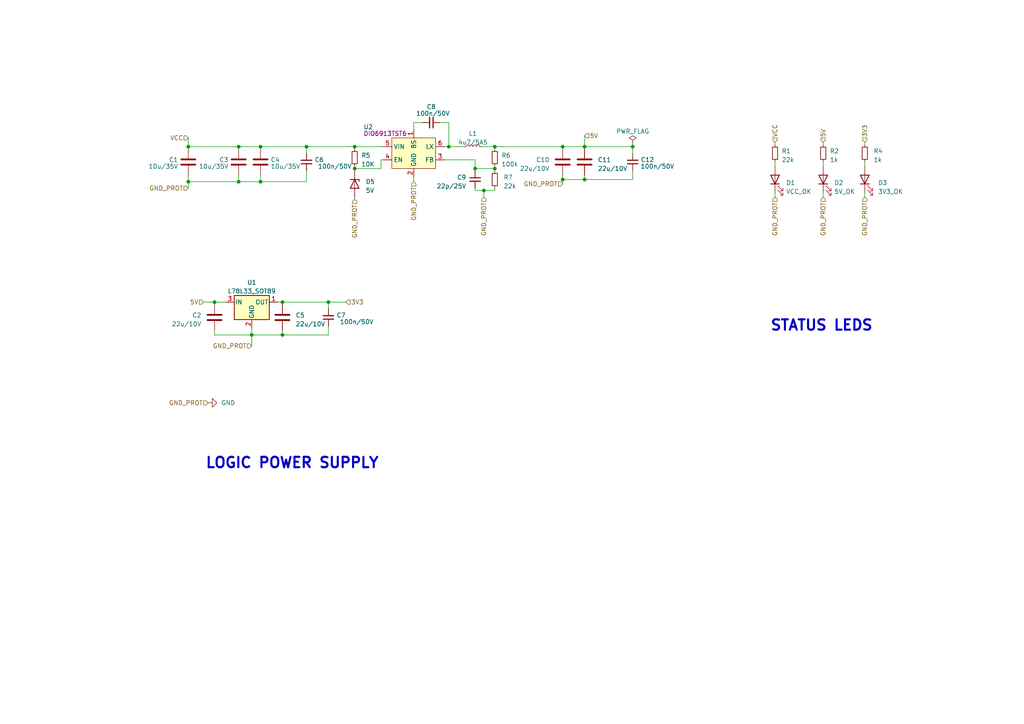
<source format=kicad_sch>
(kicad_sch (version 20231120) (generator "eeschema") (generator_version "8.0")
  (paper "A4")
  (lib_symbols
    (symbol "Device:C" (pin_numbers hide) (pin_names (offset 0.254))
      (property "Reference" "C" (at 0.635 2.54 0))
      (property "Value" "C" (at 0.635 -2.54 0))
      (symbol "C_0_1"
        (polyline (pts (xy -2.032 -0.762) (xy 2.032 -0.762)) (stroke (width 0.508)))
        (polyline (pts (xy -2.032 0.762) (xy 2.032 0.762)) (stroke (width 0.508)))
      )
      (symbol "C_1_1"
        (pin passive line (at 0 3.81 270) (length 2.794) (name "~") (number "1"))
        (pin passive line (at 0 -3.81 90) (length 2.794) (name "~") (number "2"))
      )
    )
    (symbol "Device:C_Small" (pin_numbers hide) (pin_names (offset 0.254) hide)
      (property "Reference" "C" (at 0.254 1.778 0))
      (property "Value" "C_Small" (at 0.254 -2.032 0))
      (symbol "C_Small_0_1"
        (polyline (pts (xy -1.524 -0.508) (xy 1.524 -0.508)) (stroke (width 0.3302)))
        (polyline (pts (xy -1.524 0.508) (xy 1.524 0.508)) (stroke (width 0.3048)))
      )
      (symbol "C_Small_1_1"
        (pin passive line (at 0 2.54 270) (length 2.032) (name "~") (number "1"))
        (pin passive line (at 0 -2.54 90) (length 2.032) (name "~") (number "2"))
      )
    )
    (symbol "Device:D_Zener" (pin_numbers hide) (pin_names (offset 1.016) hide)
      (property "Reference" "D" (at 0 2.54 0))
      (property "Value" "D_Zener" (at 0 -2.54 0))
      (symbol "D_Zener_0_1"
        (polyline (pts (xy 1.27 0) (xy -1.27 0)))
        (polyline (pts (xy -1.27 -1.27) (xy -1.27 1.27) (xy -0.762 1.27)) (stroke (width 0.254)))
        (polyline (pts (xy 1.27 -1.27) (xy 1.27 1.27) (xy -1.27 0) (xy 1.27 -1.27)) (stroke (width 0.254)))
      )
      (symbol "D_Zener_1_1"
        (pin passive line (at -3.81 0 0) (length 2.54) (name "K") (number "1"))
        (pin passive line (at 3.81 0 180) (length 2.54) (name "A") (number "2"))
      )
    )
    (symbol "Device:LED" (pin_numbers hide) (pin_names (offset 1.016) hide)
      (property "Reference" "D" (at 0 2.54 0))
      (property "Value" "LED" (at 0 -2.54 0))
      (symbol "LED_0_1"
        (polyline (pts (xy -1.27 -1.27) (xy -1.27 1.27)) (stroke (width 0.254)))
        (polyline (pts (xy -1.27 0) (xy 1.27 0)))
        (polyline (pts (xy 1.27 -1.27) (xy 1.27 1.27) (xy -1.27 0) (xy 1.27 -1.27)) (stroke (width 0.254)))
        (polyline (pts (xy -3.048 -0.762) (xy -4.572 -2.286) (xy -3.81 -2.286) (xy -4.572 -2.286) (xy -4.572 -1.524)))
        (polyline (pts (xy -1.778 -0.762) (xy -3.302 -2.286) (xy -2.54 -2.286) (xy -3.302 -2.286) (xy -3.302 -1.524)))
      )
      (symbol "LED_1_1"
        (pin passive line (at -3.81 0 0) (length 2.54) (name "K") (number "1"))
        (pin passive line (at 3.81 0 180) (length 2.54) (name "A") (number "2"))
      )
    )
    (symbol "Device:L_Small" (pin_numbers hide) (pin_names (offset 0.254) hide)
      (property "Reference" "L" (at 0.762 1.016 0))
      (property "Value" "L_Small" (at 0.762 -1.016 0))
      (symbol "L_Small_0_1"
        (arc (start 0 -2.032) (mid 0.5058 -1.524) (end 0 -1.016))
        (arc (start 0 -1.016) (mid 0.5058 -0.508) (end 0 0))
        (arc (start 0 0) (mid 0.5058 0.508) (end 0 1.016))
        (arc (start 0 1.016) (mid 0.5058 1.524) (end 0 2.032))
      )
      (symbol "L_Small_1_1"
        (pin passive line (at 0 2.54 270) (length 0.508) (name "~") (number "1"))
        (pin passive line (at 0 -2.54 90) (length 0.508) (name "~") (number "2"))
      )
    )
    (symbol "Device:R_Small" (pin_numbers hide) (pin_names (offset 0.254) hide)
      (property "Reference" "R" (at 0.762 0.508 0))
      (property "Value" "R_Small" (at 0.762 -1.016 0))
      (symbol "R_Small_0_1"
        (rectangle (start -0.762 1.778) (end 0.762 -1.778) (stroke (width 0.2032)))
      )
      (symbol "R_Small_1_1"
        (pin passive line (at 0 2.54 270) (length 0.762) (name "~") (number "1"))
        (pin passive line (at 0 -2.54 90) (length 0.762) (name "~") (number "2"))
      )
    )
    (symbol "Regulator_Linear:L78L33_SOT89" (pin_names (offset 0.254))
      (property "Reference" "U" (at -3.81 3.175 0))
      (property "Value" "L78L33_SOT89" (at -0.635 3.175 0))
      (symbol "L78L33_SOT89_0_1"
        (rectangle (start -5.08 1.905) (end 5.08 -5.08) (stroke (width 0.254)) (fill (type background)))
      )
      (symbol "L78L33_SOT89_1_1"
        (pin power_out line (at 7.62 0 180) (length 2.54) (name "OUT") (number "1"))
        (pin power_in line (at 0 -7.62 90) (length 2.54) (name "GND") (number "2"))
        (pin power_in line (at -7.62 0 0) (length 2.54) (name "IN") (number "3"))
      )
    )
    (symbol "power:GND" (power) (pin_numbers hide) (pin_names (offset 0) hide)
      (property "Value" "GND" (at 0 -3.81 0))
      (symbol "GND_0_1"
        (polyline (pts (xy 0 0) (xy 0 -1.27) (xy 1.27 -1.27) (xy 0 -2.54) (xy -1.27 -1.27) (xy 0 -1.27)))
      )
      (symbol "GND_1_1"
        (pin power_in line (at 0 0 270) (length 0) (name "~") (number "1"))
      )
    )
    (symbol "power:PWR_FLAG" (power) (pin_numbers hide) (pin_names (offset 0) hide)
      (property "Value" "PWR_FLAG" (at 0 3.81 0))
      (symbol "PWR_FLAG_0_0"
        (pin power_out line (at 0 0 90) (length 0) (name "pwr") (number "1"))
      )
      (symbol "PWR_FLAG_0_1"
        (polyline (pts (xy 0 0) (xy 0 1.27) (xy -1.016 1.905) (xy 0 2.54) (xy 1.016 1.905) (xy 0 1.27)))
      )
    )
    (symbol "robocik-symbols:DIO6913"
      (property "Reference" "U" (at 3.81 6.35 0))
      (property "MPN" "DIO6913TST6" (at 8.89 3.81 0))
      (symbol "DIO6913_1_1"
        (rectangle (start -6.35 2.54) (end 6.35 -6.35) (fill (type background)))
        (pin bidirectional line (at 0 5.08 270) (length 2.54) (name "BS") (number "1"))
        (pin bidirectional line (at 0 -8.89 90) (length 2.54) (name "GND") (number "2"))
        (pin input line (at 8.89 -3.81 180) (length 2.54) (name "FB") (number "3"))
        (pin input line (at -8.89 -3.81 0) (length 2.54) (name "EN") (number "4"))
        (pin power_in line (at -8.89 0 0) (length 2.54) (name "VIN") (number "5"))
        (pin bidirectional line (at 8.89 0 180) (length 2.54) (name "LX") (number "6"))
      )
    )
  )
  (junction (at 69.215 52.705))
  (junction (at 81.915 87.63))
  (junction (at 163.195 52.07))
  (junction (at 95.25 87.63))
  (junction (at 143.51 48.895))
  (junction (at 75.565 52.705))
  (junction (at 69.215 42.545))
  (junction (at 163.195 42.545))
  (junction (at 140.335 55.245))
  (junction (at 81.915 97.155))
  (junction (at 169.545 42.545))
  (junction (at 130.175 42.545))
  (junction (at 143.51 42.545))
  (junction (at 137.795 48.895))
  (junction (at 88.9 42.545))
  (junction (at 75.565 42.545))
  (junction (at 169.545 52.07))
  (junction (at 102.87 42.545))
  (junction (at 54.61 42.545))
  (junction (at 183.515 42.545))
  (junction (at 54.61 52.705))
  (junction (at 62.23 87.63))
  (junction (at 102.87 48.895))
  (junction (at 73.025 97.155))
  (wire (pts (xy 169.545 39.37) (xy 169.545 42.545)))
  (wire (pts (xy 81.915 87.63) (xy 81.915 88.265)))
  (wire (pts (xy 69.215 42.545) (xy 69.215 43.18)))
  (wire (pts (xy 88.9 44.45) (xy 88.9 42.545)))
  (wire (pts (xy 137.795 48.895) (xy 137.795 46.355)))
  (wire (pts (xy 183.515 42.545) (xy 169.545 42.545)))
  (wire (pts (xy 73.025 97.155) (xy 62.23 97.155)))
  (wire (pts (xy 95.25 87.63) (xy 95.25 89.535)))
  (wire (pts (xy 73.025 95.25) (xy 73.025 97.155)))
  (wire (pts (xy 139.7 42.545) (xy 143.51 42.545)))
  (wire (pts (xy 250.825 46.99) (xy 250.825 48.26)))
  (wire (pts (xy 81.915 97.155) (xy 81.915 95.885)))
  (wire (pts (xy 122.555 35.56) (xy 120.015 35.56)))
  (wire (pts (xy 163.195 52.07) (xy 163.195 53.34)))
  (wire (pts (xy 169.545 52.07) (xy 183.515 52.07)))
  (wire (pts (xy 183.515 42.545) (xy 183.515 44.45)))
  (wire (pts (xy 224.79 41.275) (xy 224.79 41.91)))
  (wire (pts (xy 183.515 52.07) (xy 183.515 49.53)))
  (wire (pts (xy 224.79 55.88) (xy 224.79 57.15)))
  (wire (pts (xy 143.51 55.245) (xy 143.51 54.61)))
  (wire (pts (xy 183.515 41.91) (xy 183.515 42.545)))
  (wire (pts (xy 224.79 46.99) (xy 224.79 48.26)))
  (wire (pts (xy 62.23 97.155) (xy 62.23 95.885)))
  (wire (pts (xy 169.545 52.07) (xy 169.545 50.8)))
  (wire (pts (xy 238.76 55.88) (xy 238.76 57.15)))
  (wire (pts (xy 54.61 52.705) (xy 69.215 52.705)))
  (wire (pts (xy 88.9 42.545) (xy 75.565 42.545)))
  (wire (pts (xy 140.335 57.15) (xy 140.335 55.245)))
  (wire (pts (xy 54.61 52.705) (xy 54.61 54.61)))
  (wire (pts (xy 143.51 48.26) (xy 143.51 48.895)))
  (wire (pts (xy 140.335 55.245) (xy 143.51 55.245)))
  (wire (pts (xy 95.25 94.615) (xy 95.25 97.155)))
  (wire (pts (xy 54.61 40.005) (xy 54.61 42.545)))
  (wire (pts (xy 59.055 87.63) (xy 62.23 87.63)))
  (wire (pts (xy 81.915 87.63) (xy 95.25 87.63)))
  (wire (pts (xy 102.87 48.895) (xy 102.87 49.53)))
  (wire (pts (xy 128.905 42.545) (xy 130.175 42.545)))
  (wire (pts (xy 250.825 41.275) (xy 250.825 41.91)))
  (wire (pts (xy 143.51 48.895) (xy 143.51 49.53)))
  (wire (pts (xy 62.23 87.63) (xy 62.23 88.265)))
  (wire (pts (xy 130.175 42.545) (xy 134.62 42.545)))
  (wire (pts (xy 75.565 42.545) (xy 75.565 43.18)))
  (wire (pts (xy 137.795 55.245) (xy 140.335 55.245)))
  (wire (pts (xy 69.215 52.705) (xy 75.565 52.705)))
  (wire (pts (xy 163.195 42.545) (xy 163.195 43.18)))
  (wire (pts (xy 102.87 42.545) (xy 111.125 42.545)))
  (wire (pts (xy 137.795 48.895) (xy 137.795 49.53)))
  (wire (pts (xy 75.565 52.705) (xy 88.9 52.705)))
  (wire (pts (xy 69.215 50.8) (xy 69.215 52.705)))
  (wire (pts (xy 54.61 43.18) (xy 54.61 42.545)))
  (wire (pts (xy 95.25 87.63) (xy 100.33 87.63)))
  (wire (pts (xy 110.49 48.895) (xy 110.49 46.355)))
  (wire (pts (xy 69.215 42.545) (xy 75.565 42.545)))
  (wire (pts (xy 110.49 46.355) (xy 111.125 46.355)))
  (wire (pts (xy 75.565 52.705) (xy 75.565 50.8)))
  (wire (pts (xy 88.9 52.705) (xy 88.9 49.53)))
  (wire (pts (xy 120.015 51.435) (xy 120.015 52.705)))
  (wire (pts (xy 54.61 50.8) (xy 54.61 52.705)))
  (wire (pts (xy 143.51 42.545) (xy 163.195 42.545)))
  (wire (pts (xy 143.51 48.895) (xy 137.795 48.895)))
  (wire (pts (xy 88.9 42.545) (xy 102.87 42.545)))
  (wire (pts (xy 80.645 87.63) (xy 81.915 87.63)))
  (wire (pts (xy 54.61 42.545) (xy 69.215 42.545)))
  (wire (pts (xy 130.175 35.56) (xy 130.175 42.545)))
  (wire (pts (xy 102.87 42.545) (xy 102.87 43.18)))
  (wire (pts (xy 169.545 42.545) (xy 169.545 43.18)))
  (wire (pts (xy 73.025 97.155) (xy 81.915 97.155)))
  (wire (pts (xy 120.015 35.56) (xy 120.015 37.465)))
  (wire (pts (xy 102.87 48.26) (xy 102.87 48.895)))
  (wire (pts (xy 163.195 42.545) (xy 169.545 42.545)))
  (wire (pts (xy 238.76 46.99) (xy 238.76 48.26)))
  (wire (pts (xy 137.795 46.355) (xy 128.905 46.355)))
  (wire (pts (xy 137.795 54.61) (xy 137.795 55.245)))
  (wire (pts (xy 163.195 50.8) (xy 163.195 52.07)))
  (wire (pts (xy 102.87 57.15) (xy 102.87 57.785)))
  (wire (pts (xy 130.175 35.56) (xy 127.635 35.56)))
  (wire (pts (xy 238.76 41.275) (xy 238.76 41.91)))
  (wire (pts (xy 102.87 48.895) (xy 110.49 48.895)))
  (wire (pts (xy 62.23 87.63) (xy 65.405 87.63)))
  (wire (pts (xy 163.195 52.07) (xy 169.545 52.07)))
  (wire (pts (xy 95.25 97.155) (xy 81.915 97.155)))
  (wire (pts (xy 73.025 97.155) (xy 73.025 100.33)))
  (wire (pts (xy 143.51 42.545) (xy 143.51 43.18)))
  (wire (pts (xy 250.825 55.88) (xy 250.825 57.15)))
  (text "STATUS LEDS" (at 223.266 96.266 0) (effects (font (size 3 3) (thickness 0.6) (bold yes)) (justify left bottom)))
  (text "LOGIC POWER SUPPLY" (at 59.436 136.144 0) (effects (font (size 3 3) (thickness 0.6) (bold yes)) (justify left bottom)))
  (hierarchical_label "GND_PROT" (shape input) (at 120.015 52.705 270))
  (hierarchical_label "GND_PROT" (shape input) (at 140.335 57.15 270))
  (hierarchical_label "5V" (shape input) (at 59.055 87.63 180))
  (hierarchical_label "GND_PROT" (shape input) (at 238.76 57.15 270))
  (hierarchical_label "3V3" (shape input) (at 250.825 41.275 90))
  (hierarchical_label "GND_PROT" (shape input) (at 224.79 57.15 270))
  (hierarchical_label "GND_PROT" (shape input) (at 73.025 100.33 180))
  (hierarchical_label "VCC" (shape input) (at 54.61 40.005 180))
  (hierarchical_label "5V" (shape input) (at 238.76 41.275 90))
  (hierarchical_label "GND_PROT" (shape input) (at 54.61 54.61 180))
  (hierarchical_label "3V3" (shape input) (at 100.33 87.63 0))
  (hierarchical_label "GND_PROT" (shape input) (at 163.195 53.34 180))
  (hierarchical_label "5V" (shape input) (at 169.545 39.37 0))
  (hierarchical_label "GND_PROT" (shape input) (at 102.87 57.785 270))
  (hierarchical_label "GND_PROT" (shape input) (at 250.825 57.15 270))
  (hierarchical_label "VCC" (shape input) (at 224.79 41.275 90))
  (hierarchical_label "GND_PROT" (shape input) (at 60.325 116.84 180))
  (symbol (lib_id "Device:R_Small") (at 224.79 44.45 0) (unit 1)
    (property "Reference" "R1" (at 226.695 43.815 0) (effects (justify left)))
    (property "Value" "22k" (at 226.695 46.355 0) (effects (justify left)))
    (property "Footprint" "Resistor_SMD:R_0603_1608Metric" (effects (hide yes)))
  )
  (symbol (lib_id "Device:C") (at 69.215 46.99 0) (mirror y) (unit 1)
    (property "Reference" "C3" (at 66.294 46.3463 0) (effects (justify left)))
    (property "Value" "10u/35V" (at 66.294 48.2673 0) (effects (justify left)))
    (property "Footprint" "Capacitor_SMD:C_1206_3216Metric" (effects (hide yes)))
    (property "Datasheet" "https://www.mouser.pl/datasheet/2/585/MLCC-1837944.pdf" (effects (hide yes)))
    (property "MPN" "CL31B106KBHNNNE" (effects (hide yes)))
    (property "Shop" "https://www.mouser.pl/ProductDetail/Samsung-Electro-Mechanics/CL31B106KBHNNNE?qs=sGAEpiMZZMvsSlwiRhF8qoAsgb%2FXcmpMKgV6Ryj8NVQch5Ze3SRPkQ%3D%3D" (effects (hide yes)))
  )
  (symbol (lib_id "Device:C") (at 81.915 92.075 0) (unit 1)
    (property "Reference" "C5" (at 85.725 91.44 0) (effects (justify left)))
    (property "Value" "22u/10V" (at 85.725 93.98 0) (effects (justify left)))
    (property "Footprint" "Capacitor_SMD:C_0805_2012Metric" (effects (hide yes)))
    (property "Datasheet" "https://www.mouser.pl/datasheet/2/585/Samsung_MLCC_1837944-1929650.pdf" (effects (hide yes)))
    (property "MPN" "CL21X226MPYNNWE" (effects (hide yes)))
    (property "Shop" "https://www.mouser.pl/ProductDetail/Samsung-Electro-Mechanics/CL21X226MPYNNWE?qs=sGAEpiMZZMvsSlwiRhF8qtsGU%2FCnaNeQ3VWYfJJlb7%2FmdHES9lJUhg%3D%3D" (effects (hide yes)))
  )
  (symbol (lib_id "Device:C") (at 75.565 46.99 0) (unit 1)
    (property "Reference" "C4" (at 78.486 46.3463 0) (effects (justify left)))
    (property "Value" "10u/35V" (at 78.486 48.2673 0) (effects (justify left)))
    (property "Footprint" "Capacitor_SMD:C_1206_3216Metric" (effects (hide yes)))
    (property "Datasheet" "https://www.mouser.pl/datasheet/2/585/MLCC-1837944.pdf" (effects (hide yes)))
    (property "MPN" "CL31B106KBHNNNE" (effects (hide yes)))
    (property "Shop" "https://www.mouser.pl/ProductDetail/Samsung-Electro-Mechanics/CL31B106KBHNNNE?qs=sGAEpiMZZMvsSlwiRhF8qoAsgb%2FXcmpMKgV6Ryj8NVQch5Ze3SRPkQ%3D%3D" (effects (hide yes)))
  )
  (symbol (lib_id "Device:C") (at 54.61 46.99 0) (mirror y) (unit 1)
    (property "Reference" "C1" (at 51.689 46.3463 0) (effects (justify left)))
    (property "Value" "10u/35V" (at 51.689 48.2673 0) (effects (justify left)))
    (property "Footprint" "Capacitor_SMD:C_1206_3216Metric" (effects (hide yes)))
    (property "Datasheet" "https://www.mouser.pl/datasheet/2/585/MLCC-1837944.pdf" (effects (hide yes)))
    (property "MPN" "CL31B106KBHNNNE" (effects (hide yes)))
    (property "Shop" "https://www.mouser.pl/ProductDetail/Samsung-Electro-Mechanics/CL31B106KBHNNNE?qs=sGAEpiMZZMvsSlwiRhF8qoAsgb%2FXcmpMKgV6Ryj8NVQch5Ze3SRPkQ%3D%3D" (effects (hide yes)))
  )
  (symbol (lib_id "Device:R_Small") (at 143.51 45.72 0) (unit 1)
    (property "Reference" "R6" (at 145.415 45.085 0) (effects (justify left)))
    (property "Value" "100k" (at 145.415 47.625 0) (effects (justify left)))
    (property "Footprint" "Resistor_SMD:R_0603_1608Metric" (effects (hide yes)))
    (instances (project "STM32_PowerConv" (path "" (reference "R6") (unit 1))) (project "main_switch" (path "" (reference "R44") (unit 1))) (project "Sensor_board" (path "" (reference "R6") (unit 1))))
  )
  (symbol (lib_id "Device:LED") (at 224.79 52.07 90) (unit 1)
    (property "Reference" "D1" (at 227.965 53.0225 90) (effects (justify right)))
    (property "Value" "VCC_OK" (at 227.965 55.5625 90) (effects (justify right)))
    (property "Footprint" "LED_SMD:LED_0805_2012Metric" (effects (hide yes)))
  )
  (symbol (lib_id "Device:C_Small") (at 125.095 35.56 270) (unit 1)
    (property "Reference" "C8" (at 125.0886 30.988 90))
    (property "Value" " 100n/50V" (at 125.0886 32.909 90))
    (property "Footprint" "Capacitor_SMD:C_0603_1608Metric" (effects (hide yes)))
    (instances (project "STM32_PowerConv" (path "" (reference "C8") (unit 1))) (project "main_switch" (path "" (reference "C40") (unit 1))) (project "Sensor_board" (path "" (reference "C8") (unit 1))))
  )
  (symbol (lib_id "Device:LED") (at 238.76 52.07 90) (unit 1)
    (property "Reference" "D2" (at 241.935 53.0225 90) (effects (justify right)))
    (property "Value" "5V_OK" (at 241.935 55.5625 90) (effects (justify right)))
    (property "Footprint" "LED_SMD:LED_0805_2012Metric" (effects (hide yes)))
  )
  (symbol (lib_id "Device:R_Small") (at 250.825 44.45 0) (unit 1)
    (property "Reference" "R4" (at 253.365 43.815 0) (effects (justify left)))
    (property "Value" "1k" (at 253.365 46.355 0) (effects (justify left)))
    (property "Footprint" "Resistor_SMD:R_0603_1608Metric" (effects (hide yes)))
    (instances (project "STM32_PowerConv" (path "" (reference "R4") (unit 1))) (project "main_switch" (path "" (reference "R9") (unit 1))) (project "Sensor_board" (path "" (reference "R4") (unit 1))))
  )
  (symbol (lib_id "Device:C") (at 169.545 46.99 0) (unit 1)
    (property "Reference" "C11" (at 173.355 46.355 0) (effects (justify left)))
    (property "Value" "22u/10V" (at 173.355 48.895 0) (effects (justify left)))
    (property "Footprint" "Capacitor_SMD:C_0805_2012Metric" (effects (hide yes)))
    (property "Datasheet" "https://www.mouser.pl/datasheet/2/585/Samsung_MLCC_1837944-1929650.pdf" (effects (hide yes)))
    (property "MPN" "CL21X226MPYNNWE" (effects (hide yes)))
    (property "Shop" "https://www.mouser.pl/ProductDetail/Samsung-Electro-Mechanics/CL21X226MPYNNWE?qs=sGAEpiMZZMvsSlwiRhF8qtsGU%2FCnaNeQ3VWYfJJlb7%2FmdHES9lJUhg%3D%3D" (effects (hide yes)))
    (instances (project "STM32_PowerConv" (path "" (reference "C11") (unit 1))) (project "main_switch" (path "" (reference "C43") (unit 1))) (project "Sensor_board" (path "" (reference "C11") (unit 1))))
  )
  (symbol (lib_id "Device:R_Small") (at 143.51 52.07 0) (unit 1)
    (property "Reference" "R7" (at 146.05 51.435 0) (effects (justify left)))
    (property "Value" "22k" (at 146.05 53.975 0) (effects (justify left)))
    (property "Footprint" "Resistor_SMD:R_0603_1608Metric" (effects (hide yes)))
    (instances (project "STM32_PowerConv" (path "" (reference "R7") (unit 1))) (project "main_switch" (path "" (reference "R45") (unit 1))) (project "Sensor_board" (path "" (reference "R7") (unit 1))))
  )
  (symbol (lib_id "Device:C") (at 62.23 92.075 0) (mirror y) (unit 1)
    (property "Reference" "C2" (at 58.42 91.44 0) (effects (justify left)))
    (property "Value" "22u/10V" (at 58.42 93.98 0) (effects (justify left)))
    (property "Footprint" "Capacitor_SMD:C_0805_2012Metric" (effects (hide yes)))
    (property "Datasheet" "https://www.mouser.pl/datasheet/2/585/Samsung_MLCC_1837944-1929650.pdf" (effects (hide yes)))
    (property "MPN" "CL21X226MPYNNWE" (effects (hide yes)))
    (property "Shop" "https://www.mouser.pl/ProductDetail/Samsung-Electro-Mechanics/CL21X226MPYNNWE?qs=sGAEpiMZZMvsSlwiRhF8qtsGU%2FCnaNeQ3VWYfJJlb7%2FmdHES9lJUhg%3D%3D" (effects (hide yes)))
  )
  (symbol (lib_id "Device:R_Small") (at 238.76 44.45 0) (unit 1)
    (property "Reference" "R2" (at 240.665 43.815 0) (effects (justify left)))
    (property "Value" "1k" (at 240.665 46.355 0) (effects (justify left)))
    (property "Footprint" "Resistor_SMD:R_0603_1608Metric" (effects (hide yes)))
  )
  (symbol (lib_id "Device:C_Small") (at 137.795 52.07 0) (mirror y) (unit 1)
    (property "Reference" "C9" (at 135.255 51.4413 0) (effects (justify left)))
    (property "Value" "22p/25V" (at 135.255 53.9813 0) (effects (justify left)))
    (property "Footprint" "Capacitor_SMD:C_0603_1608Metric" (effects (hide yes)))
    (instances (project "STM32_PowerConv" (path "" (reference "C9") (unit 1))) (project "main_switch" (path "" (reference "C41") (unit 1))) (project "Sensor_board" (path "" (reference "C9") (unit 1))))
  )
  (symbol (lib_id "Device:D_Zener") (at 102.87 53.34 270) (unit 1)
    (property "Reference" "D5" (at 106.045 52.705 90) (effects (justify left)))
    (property "Value" "5V" (at 106.045 55.245 90) (effects (justify left)))
    (property "Footprint" "Diode_SMD:D_SOD-123" (effects (hide yes)))
    (instances (project "STM32_PowerConv" (path "" (reference "D5") (unit 1))) (project "main_switch" (path "" (reference "D14") (unit 1))) (project "Sensor_board" (path "" (reference "D5") (unit 1))))
  )
  (symbol (lib_id "Device:R_Small") (at 102.87 45.72 0) (unit 1)
    (property "Reference" "R5" (at 104.775 45.085 0) (effects (justify left)))
    (property "Value" "10K" (at 104.775 47.625 0) (effects (justify left)))
    (property "Footprint" "Resistor_SMD:R_0603_1608Metric" (effects (hide yes)))
    (instances (project "STM32_PowerConv" (path "" (reference "R5") (unit 1))) (project "main_switch" (path "" (reference "R43") (unit 1))) (project "Sensor_board" (path "" (reference "R5") (unit 1))))
  )
  (symbol (lib_id "Device:L_Small") (at 137.16 42.545 90) (unit 1)
    (property "Reference" "L1" (at 137.16 38.735 90))
    (property "Value" "4u7/5A5" (at 137.16 41.275 90))
    (property "Footprint" "Inductor_SMD:L_Bourns_SRP7028A_7.3x6.6mm" (effects (hide yes)))
  )
  (symbol (lib_id "power:PWR_FLAG") (at 183.515 41.91 0) (unit 1)
    (property "Reference" "#FLG02" (effects (hide yes)))
    (property "Value" "PWR_FLAG" (at 183.515 38.1 0))
    (instances (project "STM32_PowerConv" (path "" (reference "#FLG02") (unit 1))) (project "main_switch" (path "" (reference "#FLG01") (unit 1))) (project "Sensor_board" (path "" (reference "#FLG02") (unit 1))))
  )
  (symbol (lib_id "Regulator_Linear:L78L33_SOT89") (at 73.025 87.63 0) (unit 1)
    (property "Reference" "U1" (at 73.025 81.915 0))
    (property "Value" "L78L33_SOT89" (at 73.025 84.455 0))
    (property "Footprint" "Package_TO_SOT_SMD:SOT-89-3" (effects (hide yes)))
    (property "Datasheet" "http://www.st.com/content/ccc/resource/technical/document/datasheet/15/55/e5/aa/23/5b/43/fd/CD00000446.pdf/files/CD00000446.pdf/jcr:content/translations/en.CD00000446.pdf" (effects (hide yes)))
  )
  (symbol (lib_id "Device:LED") (at 250.825 52.07 90) (unit 1)
    (property "Reference" "D3" (at 254.635 53.0225 90) (effects (justify right)))
    (property "Value" "3V3_OK" (at 254.635 55.5625 90) (effects (justify right)))
    (property "Footprint" "LED_SMD:LED_0805_2012Metric" (effects (hide yes)))
    (instances (project "STM32_PowerConv" (path "" (reference "D3") (unit 1))) (project "main_switch" (path "" (reference "D9") (unit 1))) (project "Sensor_board" (path "" (reference "D3") (unit 1))))
  )
  (symbol (lib_id "Device:C_Small") (at 183.515 46.99 180) (unit 1)
    (property "Reference" "C12" (at 185.8391 46.3399 0) (effects (justify right)))
    (property "Value" " 100n/50V" (at 184.785 48.26 0) (effects (justify right)))
    (property "Footprint" "Capacitor_SMD:C_0603_1608Metric" (effects (hide yes)))
    (instances (project "STM32_PowerConv" (path "" (reference "C12") (unit 1))) (project "main_switch" (path "" (reference "C44") (unit 1))) (project "Sensor_board" (path "" (reference "C12") (unit 1))))
  )
  (symbol (lib_id "robocik-symbols:DIO6913") (at 120.015 42.545 0) (unit 1)
    (property "Reference" "U2" (at 105.41 36.83 0) (effects (justify left)))
    (property "Value" "DIO6913" (effects (hide yes)))
    (property "Footprint" "Package_TO_SOT_SMD:TSOT-23-6" (effects (hide yes)))
    (property "Datasheet" "https://www.mouser.pl/datasheet/2/802/DIOO-07-31-2018-DIO6913_V1.1-1384790.pdf" (effects (hide yes)))
    (property "MPN" "DIO6913TST6" (at 105.41 38.735 0) (effects (justify left)))
    (property "Shop" "https://www.mouser.pl/ProductDetail/DIOO-Microcircuits/DIO6913TST6?qs=%252BEew9%252B0nqrDJUJNBLqPr0w%3D%3D" (effects (hide yes)))
  )
  (symbol (lib_id "Device:C_Small") (at 95.25 92.075 180) (unit 1)
    (property "Reference" "C7" (at 97.5741 91.4249 0) (effects (justify right)))
    (property "Value" " 100n/50V" (at 97.5741 93.3459 0) (effects (justify right)))
    (property "Footprint" "Capacitor_SMD:C_0603_1608Metric" (effects (hide yes)))
    (instances (project "STM32_PowerConv" (path "" (reference "C7") (unit 1))) (project "main_switch" (path "" (reference "C8") (unit 1))) (project "Sensor_board" (path "" (reference "C7") (unit 1))))
  )
  (symbol (lib_id "Device:C") (at 163.195 46.99 0) (mirror y) (unit 1)
    (property "Reference" "C10" (at 159.385 46.355 0) (effects (justify left)))
    (property "Value" "22u/10V" (at 159.385 48.895 0) (effects (justify left)))
    (property "Footprint" "Capacitor_SMD:C_0805_2012Metric" (effects (hide yes)))
    (property "Datasheet" "https://www.mouser.pl/datasheet/2/585/Samsung_MLCC_1837944-1929650.pdf" (effects (hide yes)))
    (property "MPN" "CL21X226MPYNNWE" (effects (hide yes)))
    (property "Shop" "https://www.mouser.pl/ProductDetail/Samsung-Electro-Mechanics/CL21X226MPYNNWE?qs=sGAEpiMZZMvsSlwiRhF8qtsGU%2FCnaNeQ3VWYfJJlb7%2FmdHES9lJUhg%3D%3D" (effects (hide yes)))
    (instances (project "STM32_PowerConv" (path "" (reference "C10") (unit 1))) (project "main_switch" (path "" (reference "C42") (unit 1))) (project "Sensor_board" (path "" (reference "C10") (unit 1))))
  )
  (symbol (lib_id "Device:C_Small") (at 88.9 46.99 180) (unit 1)
    (property "Reference" "C6" (at 91.2241 46.3399 0) (effects (justify right)))
    (property "Value" " 100n/50V" (at 91.2241 48.2609 0) (effects (justify right)))
    (property "Footprint" "Capacitor_SMD:C_0603_1608Metric" (effects (hide yes)))
    (instances (project "STM32_PowerConv" (path "" (reference "C6") (unit 1))) (project "main_switch" (path "" (reference "C7") (unit 1))) (project "Sensor_board" (path "" (reference "C6") (unit 1))))
  )
  (symbol (lib_id "power:GND") (at 60.325 116.84 90) (unit 1)
    (property "Reference" "#PWR01" (effects (hide yes)))
    (property "Value" "GND" (at 64.135 116.8399 90) (effects (justify right)))
    (property "Description" "Power symbol creates a global label with name \"GND\" , ground" (effects (hide yes)))
    (instances (project "STM32_PowerConv" (path "" (reference "#PWR01") (unit 1))) (project "main_switch" (path "" (reference "#PWR08") (unit 1))) (project "Sensor_board" (path "" (reference "#PWR01") (unit 1))))
  )
)
</source>
